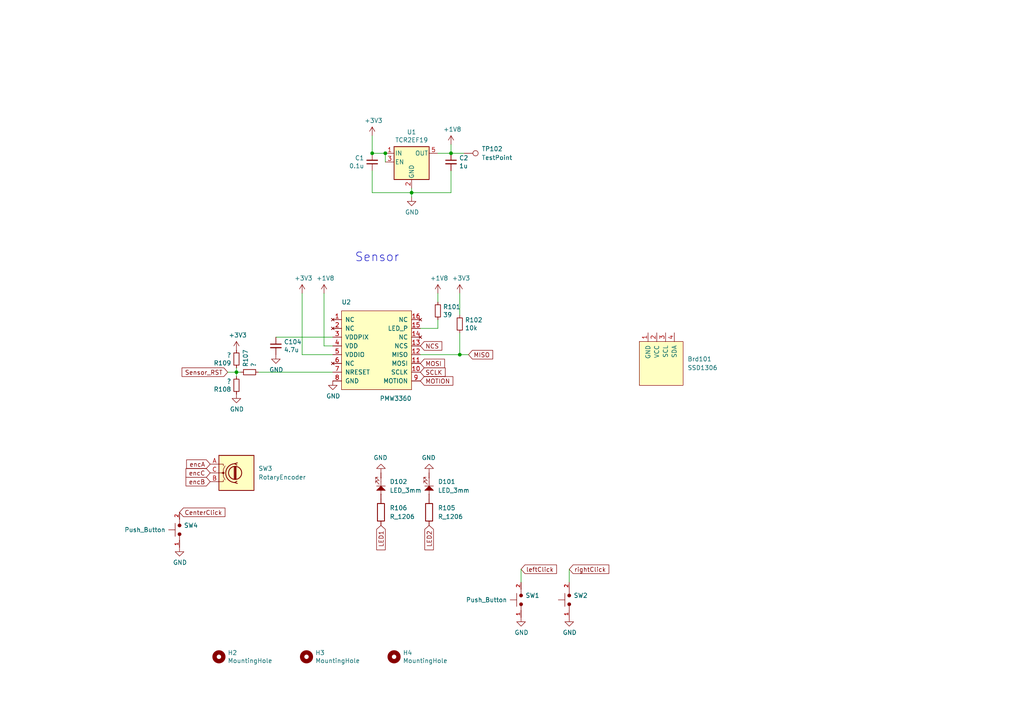
<source format=kicad_sch>
(kicad_sch (version 20231120) (generator "eeschema") (generator_version "8.0")
  (paper "A4")
  (junction (at 119.38 55.88))
  (junction (at 130.81 44.45))
  (junction (at 33.02 -54.61))
  (junction (at 127 -176.53))
  (junction (at 180.34 -168.91))
  (junction (at 40.64 -177.8))
  (junction (at 55.88 -152.4))
  (junction (at 67.31 -54.61))
  (junction (at 40.64 -152.4))
  (junction (at 118.11 -166.37))
  (junction (at 267.97 -76.2))
  (junction (at 129.54 -91.44))
  (junction (at 33.02 -46.99))
  (junction (at 157.48 -134.62))
  (junction (at 187.96 -181.61))
  (junction (at 45.72 -152.4))
  (junction (at 152.4 -166.37))
  (junction (at 171.45 -181.61))
  (junction (at 127 -152.4))
  (junction (at 187.96 -190.5))
  (junction (at 135.89 -91.44))
  (junction (at 71.12 -54.61))
  (junction (at 133.35 102.87))
  (junction (at 73.66 -173.99))
  (junction (at 111.76 44.45))
  (junction (at 118.11 -152.4))
  (junction (at 171.45 -168.91))
  (junction (at 68.58 107.95))
  (junction (at 73.66 -176.53))
  (junction (at 90.17 -54.61))
  (junction (at 107.95 44.45))
  (junction (at 88.9 -152.4))
  (junction (at 190.5 -181.61))
  (junction (at 195.58 -190.5))
  (junction (at 261.62 -76.2))
  (junction (at 138.43 -152.4))
  (junction (at 78.74 -43.18))
  (junction (at 166.37 -168.91))
  (no_connect (at 138.43 -181.61))
  (no_connect (at 162.56 -163.83))
  (no_connect (at 162.56 -147.32))
  (wire (pts (xy 152.4 -143.51) (xy 152.4 -147.32)))
  (wire (pts (xy 246.38 -30.48) (xy 242.57 -30.48)))
  (wire (pts (xy 27.94 -54.61) (xy 33.02 -54.61)))
  (wire (pts (xy 55.88 -152.4) (xy 55.88 -148.59)))
  (wire (pts (xy 40.64 -177.8) (xy 45.72 -177.8)))
  (wire (pts (xy 166.37 -177.8) (xy 166.37 -168.91)))
  (wire (pts (xy 133.35 85.09) (xy 133.35 91.44)))
  (wire (pts (xy 118.11 -152.4) (xy 127 -152.4)))
  (wire (pts (xy 121.92 95.25) (xy 127 95.25)))
  (wire (pts (xy 96.52 102.87) (xy 87.63 102.87)))
  (wire (pts (xy 55.88 -152.4) (xy 88.9 -152.4)))
  (wire (pts (xy 246.38 -55.88) (xy 242.57 -55.88)))
  (wire (pts (xy 143.51 -81.28) (xy 151.13 -81.28)))
  (wire (pts (xy 67.31 -43.18) (xy 78.74 -43.18)))
  (wire (pts (xy 80.01 -171.45) (xy 73.66 -171.45)))
  (wire (pts (xy 45.72 -152.4) (xy 55.88 -152.4)))
  (wire (pts (xy 127 -190.5) (xy 127 -176.53)))
  (wire (pts (xy 190.5 -181.61) (xy 190.5 -175.26)))
  (wire (pts (xy 127 87.63) (xy 127 85.09)))
  (wire (pts (xy 130.81 49.53) (xy 130.81 55.88)))
  (wire (pts (xy 127 -152.4) (xy 138.43 -152.4)))
  (wire (pts (xy 165.1 165.1) (xy 165.1 168.91)))
  (wire (pts (xy 246.38 -48.26) (xy 242.57 -48.26)))
  (wire (pts (xy 151.13 165.1) (xy 151.13 168.91)))
  (wire (pts (xy 246.38 -40.64) (xy 242.57 -40.64)))
  (wire (pts (xy 67.31 -49.53) (xy 67.31 -43.18)))
  (wire (pts (xy 138.43 -134.62) (xy 157.48 -134.62)))
  (wire (pts (xy 153.67 -166.37) (xy 152.4 -166.37)))
  (wire (pts (xy 187.96 -190.5) (xy 195.58 -190.5)))
  (wire (pts (xy 134.62 44.45) (xy 130.81 44.45)))
  (wire (pts (xy 135.89 -91.44) (xy 151.13 -91.44)))
  (wire (pts (xy 73.66 -173.99) (xy 73.66 -171.45)))
  (wire (pts (xy 267.97 -90.17) (xy 267.97 -86.36)))
  (wire (pts (xy 127 95.25) (xy 127 92.71)))
  (wire (pts (xy 69.85 107.95) (xy 68.58 107.95)))
  (wire (pts (xy 138.43 -177.8) (xy 138.43 -167.64)))
  (wire (pts (xy 138.43 -160.02) (xy 138.43 -152.4)))
  (wire (pts (xy 33.02 -54.61) (xy 34.29 -54.61)))
  (wire (pts (xy 93.98 100.33) (xy 93.98 85.09)))
  (wire (pts (xy 27.94 -46.99) (xy 33.02 -46.99)))
  (wire (pts (xy 157.48 -134.62) (xy 180.34 -134.62)))
  (wire (pts (xy 180.34 -139.7) (xy 180.34 -134.62)))
  (wire (pts (xy 152.4 -167.64) (xy 152.4 -166.37)))
  (wire (pts (xy 171.45 -171.45) (xy 171.45 -168.91)))
  (wire (pts (xy 68.58 107.95) (xy 68.58 106.68)))
  (wire (pts (xy 135.89 -91.44) (xy 135.89 -92.71)))
  (wire (pts (xy 45.72 -176.53) (xy 73.66 -176.53)))
  (wire (pts (xy 242.57 -76.2) (xy 261.62 -76.2)))
  (wire (pts (xy 157.48 -177.8) (xy 166.37 -177.8)))
  (wire (pts (xy 38.1 -143.51) (xy 45.72 -143.51)))
  (wire (pts (xy 133.35 96.52) (xy 133.35 102.87)))
  (wire (pts (xy 135.89 -99.06) (xy 135.89 -97.79)))
  (wire (pts (xy 68.58 107.95) (xy 68.58 109.22)))
  (wire (pts (xy 119.38 54.61) (xy 119.38 55.88)))
  (wire (pts (xy 127 -176.53) (xy 127 -167.64)))
  (wire (pts (xy 107.95 44.45) (xy 111.76 44.45)))
  (wire (pts (xy 146.05 -163.83) (xy 143.51 -163.83)))
  (wire (pts (xy 80.01 -166.37) (xy 76.2 -166.37)))
  (wire (pts (xy 76.2 -163.83) (xy 68.58 -163.83)))
  (wire (pts (xy 171.45 -181.61) (xy 171.45 -179.07)))
  (wire (pts (xy 153.67 -168.91) (xy 153.67 -166.37)))
  (wire (pts (xy 166.37 -168.91) (xy 171.45 -168.91)))
  (wire (pts (xy 130.81 55.88) (xy 119.38 55.88)))
  (wire (pts (xy 111.76 46.99) (xy 111.76 44.45)))
  (wire (pts (xy 190.5 -181.61) (xy 191.77 -181.61)))
  (wire (pts (xy 35.56 -152.4) (xy 40.64 -152.4)))
  (wire (pts (xy 246.38 -35.56) (xy 242.57 -35.56)))
  (wire (pts (xy 74.93 107.95) (xy 96.52 107.95)))
  (wire (pts (xy 143.51 -163.83) (xy 143.51 -156.21)))
  (wire (pts (xy 68.58 -168.91) (xy 80.01 -168.91)))
  (wire (pts (xy 127 -190.5) (xy 187.96 -190.5)))
  (wire (pts (xy 267.97 -76.2) (xy 267.97 -81.28)))
  (wire (pts (xy 138.43 -152.4) (xy 138.43 -134.62)))
  (wire (pts (xy 33.02 -44.45) (xy 33.02 -46.99)))
  (wire (pts (xy 118.11 -166.37) (xy 118.11 -152.4)))
  (wire (pts (xy 157.48 -168.91) (xy 166.37 -168.91)))
  (wire (pts (xy 45.72 -143.51) (xy 45.72 -152.4)))
  (wire (pts (xy 90.17 -49.53) (xy 90.17 -43.18)))
  (wire (pts (xy 107.95 39.37) (xy 107.95 44.45)))
  (wire (pts (xy 261.62 -74.93) (xy 261.62 -76.2)))
  (wire (pts (xy 246.38 -38.1) (xy 242.57 -38.1)))
  (wire (pts (xy 246.38 -20.32) (xy 242.57 -20.32)))
  (wire (pts (xy 88.9 -162.56) (xy 88.9 -152.4)))
  (wire (pts (xy 246.38 -45.72) (xy 242.57 -45.72)))
  (wire (pts (xy 39.37 -182.88) (xy 40.64 -182.88)))
  (wire (pts (xy 78.74 -43.18) (xy 78.74 -41.91)))
  (wire (pts (xy 119.38 55.88) (xy 119.38 57.15)))
  (wire (pts (xy 149.86 -167.64) (xy 152.4 -167.64)))
  (wire (pts (xy 195.58 -190.5) (xy 200.66 -190.5)))
  (wire (pts (xy 111.76 -166.37) (xy 118.11 -166.37)))
  (wire (pts (xy 184.15 -181.61) (xy 187.96 -181.61)))
  (wire (pts (xy 88.9 -152.4) (xy 118.11 -152.4)))
  (wire (pts (xy 261.62 -67.31) (xy 261.62 -69.85)))
  (wire (pts (xy 246.38 -50.8) (xy 242.57 -50.8)))
  (wire (pts (xy 146.05 -171.45) (xy 146.05 -163.83)))
  (wire (pts (xy 143.51 -148.59) (xy 143.51 -143.51)))
  (wire (pts (xy 90.17 -54.61) (xy 93.98 -54.61)))
  (wire (pts (xy 157.48 -147.32) (xy 157.48 -134.62)))
  (wire (pts (xy 171.45 -181.61) (xy 176.53 -181.61)))
  (wire (pts (xy 86.36 -54.61) (xy 90.17 -54.61)))
  (wire (pts (xy 40.64 -182.88) (xy 40.64 -177.8)))
  (wire (pts (xy 40.64 -153.67) (xy 40.64 -152.4)))
  (wire (pts (xy 180.34 -168.91) (xy 180.34 -162.56)))
  (wire (pts (xy 130.81 41.91) (xy 130.81 44.45)))
  (wire (pts (xy 121.92 102.87) (xy 133.35 102.87)))
  (wire (pts (xy 149.86 -171.45) (xy 149.86 -167.64)))
  (wire (pts (xy 187.96 -190.5) (xy 187.96 -181.61)))
  (wire (pts (xy 246.38 -27.94) (xy 242.57 -27.94)))
  (wire (pts (xy 246.38 -53.34) (xy 242.57 -53.34)))
  (wire (pts (xy 90.17 -43.18) (xy 78.74 -43.18)))
  (wire (pts (xy 96.52 100.33) (xy 93.98 100.33)))
  (wire (pts (xy 87.63 102.87) (xy 87.63 85.09)))
  (wire (pts (xy 275.59 -76.2) (xy 267.97 -76.2)))
  (wire (pts (xy 152.4 -166.37) (xy 152.4 -163.83)))
  (wire (pts (xy 120.65 -91.44) (xy 129.54 -91.44)))
  (wire (pts (xy 118.11 -170.18) (xy 118.11 -166.37)))
  (wire (pts (xy 157.48 -163.83) (xy 157.48 -168.91)))
  (wire (pts (xy 245.11 -68.58) (xy 242.57 -68.58)))
  (wire (pts (xy 143.51 -143.51) (xy 152.4 -143.51)))
  (wire (pts (xy 67.31 -54.61) (xy 71.12 -54.61)))
  (wire (pts (xy 129.54 -91.44) (xy 135.89 -91.44)))
  (wire (pts (xy 97.79 -176.53) (xy 127 -176.53)))
  (wire (pts (xy 261.62 -76.2) (xy 267.97 -76.2)))
  (wire (pts (xy 107.95 49.53) (xy 107.95 55.88)))
  (wire (pts (xy 40.64 -152.4) (xy 45.72 -152.4)))
  (wire (pts (xy 246.38 -33.02) (xy 242.57 -33.02)))
  (wire (pts (xy 107.95 55.88) (xy 119.38 55.88)))
  (wire (pts (xy 250.19 -91.44) (xy 242.57 -91.44)))
  (wire (pts (xy 97.79 -170.18) (xy 118.11 -170.18)))
  (wire (pts (xy 195.58 -194.31) (xy 195.58 -190.5)))
  (wire (pts (xy 127 44.45) (xy 130.81 44.45)))
  (wire (pts (xy 78.74 -44.45) (xy 78.74 -43.18)))
  (wire (pts (xy 45.72 -177.8) (xy 45.72 -176.53)))
  (wire (pts (xy 187.96 -181.61) (xy 190.5 -181.61)))
  (wire (pts (xy 80.01 97.79) (xy 96.52 97.79)))
  (wire (pts (xy 76.2 -166.37) (xy 76.2 -163.83)))
  (wire (pts (xy 40.64 -177.8) (xy 40.64 -161.29)))
  (wire (pts (xy 157.48 -181.61) (xy 171.45 -181.61)))
  (wire (pts (xy 66.04 107.95) (xy 68.58 107.95)))
  (wire (pts (xy 67.31 -57.15) (xy 67.31 -54.61)))
  (wire (pts (xy 127 -160.02) (xy 127 -152.4)))
  (wire (pts (xy 73.66 -176.53) (xy 73.66 -173.99)))
  (wire (pts (xy 133.35 102.87) (xy 135.89 102.87)))
  (wire (pts (xy 242.57 -88.9) (xy 250.19 -88.9)))
  (wire (pts (xy 33.02 -46.99) (xy 34.29 -46.99)))
  (wire (pts (xy 171.45 -168.91) (xy 180.34 -168.91)))
  (wire (pts (xy 73.66 -176.53) (xy 80.01 -176.53)))
  (wire (pts (xy 246.38 -43.18) (xy 242.57 -43.18)))
  (wire (pts (xy 73.66 -173.99) (xy 80.01 -173.99)))
  (wire (pts (xy 97.79 -166.37) (xy 104.14 -166.37)))
  (wire (pts (xy 33.02 -57.15) (xy 33.02 -54.61)))
  (wire (pts (xy 90.17 -57.15) (xy 90.17 -54.61)))
  (wire (pts (xy 36.83 -177.8) (xy 40.64 -177.8)))
  (wire (pts (xy 129.54 -85.09) (xy 129.54 -86.36)))
  (wire (pts (xy 180.34 -168.91) (xy 182.88 -168.91)))
  (wire (pts (xy 71.12 -52.07) (xy 71.12 -54.61)))
  (wire (pts (xy 246.38 -22.86) (xy 242.57 -22.86)))
  (text "Ceramic Cap." (at 38.1 -153.67 90) (effects (font (size 1.27 1.27)) (justify left bottom)))
  (text "R3 set chargin current\n10k = 130 ma" (at 95.25 -158.75 0) (effects (font (size 1.27 1.27)) (justify left bottom)))
  (text "Ceramic Cap." (at 175.26 -185.42 0) (effects (font (size 1.27 1.27)) (justify left bottom)))
  (text "Power" (at 74.93 -69.85 0) (effects (font (size 2.54 2.54)) (justify left bottom)))
  (text "Ceramic Cap." (at 124.46 -158.75 90) (effects (font (size 1.27 1.27)) (justify left bottom)))
  (text "Sensor" (at 102.87 76.2 0) (effects (font (size 2.54 2.54)) (justify left bottom)))
  (text "USB" (at 29.21 -67.31 0) (effects (font (size 2.54 2.54)) (justify left bottom)))
  (label "TEMP_TP40" (at 97.79 -170.18 0) (effects (font (size 0.508 0.508))))
  (label "CS_DW01" (at 138.43 -171.45 0) (effects (font (size 0.508 0.508))))
  (label "G1" (at 149.86 -167.64 0))
  (label "OC" (at 143.51 -158.75 0))
  (label "S1" (at 158.75 -168.91 0))
  (label "VCC_DW01" (at 157.48 -181.61 0) (effects (font (size 0.508 0.508))))
  (label "OD_DW01" (at 149.86 -171.45 0) (effects (font (size 0.508 0.508))))
  (label "PROG_TP40" (at 97.79 -166.37 0) (effects (font (size 0.508 0.508))))
  (label "OUTGND" (at 171.45 -134.62 0))
  (label "G2" (at 144.78 -143.51 0))
  (label "OC_DW01" (at 146.05 -171.45 0) (effects (font (size 0.508 0.508))))
  (global_label "LED2" (shape input) (at 151.13 -83.82 180) (property "Intersheetrefs" "${INTERSHEET_REFS}" (effects (hide yes))))
  (global_label "STDBY" (shape input) (at 60.96 -163.83 180) (property "Intersheetrefs" "${INTERSHEET_REFS}" (effects (hide yes))))
  (global_label "TX" (shape input) (at 250.19 -91.44 0) (property "Intersheetrefs" "${INTERSHEET_REFS}" (effects (hide yes))))
  (global_label "GPIO0" (shape input) (at 86.36 -86.36 0) (property "Intersheetrefs" "${INTERSHEET_REFS}" (effects (hide yes))))
  (global_label "GPIO13" (shape input) (at 450.85 21.59 180) (property "Intersheetrefs" "${INTERSHEET_REFS}" (effects (hide yes))))
  (global_label "GPIO38" (shape input) (at 123.19 -55.88 0) (property "Intersheetrefs" "${INTERSHEET_REFS}" (effects (hide yes))))
  (global_label "GPIO0" (shape input) (at 275.59 -76.2 0) (property "Intersheetrefs" "${INTERSHEET_REFS}" (effects (hide yes))))
  (global_label "OUTVCC" (shape input) (at 200.66 -190.5 0) (property "Intersheetrefs" "${INTERSHEET_REFS}" (effects (hide yes))))
  (global_label "encB" (shape input) (at 60.96 139.7 180) (property "Intersheetrefs" "${INTERSHEET_REFS}" (effects (hide yes))))
  (global_label "RX" (shape input) (at 73.66 -83.82 180) (property "Intersheetrefs" "${INTERSHEET_REFS}" (effects (hide yes))))
  (global_label "EN" (shape input) (at 73.66 -86.36 180) (property "Intersheetrefs" "${INTERSHEET_REFS}" (effects (hide yes))))
  (global_label "MOTION" (shape input) (at 246.38 -40.64 0) (property "Intersheetrefs" "${INTERSHEET_REFS}" (effects (hide yes))))
  (global_label "EN" (shape input) (at 120.65 -91.44 180) (property "Intersheetrefs" "${INTERSHEET_REFS}" (effects (hide yes))))
  (global_label "GPIO39" (shape input) (at 123.19 -58.42 0) (property "Intersheetrefs" "${INTERSHEET_REFS}" (effects (hide yes))))
  (global_label "CenterClick" (shape input) (at 246.38 -38.1 0) (property "Intersheetrefs" "${INTERSHEET_REFS}" (effects (hide yes))))
  (global_label "GPIO42" (shape input) (at 123.19 -66.04 0) (property "Intersheetrefs" "${INTERSHEET_REFS}" (effects (hide yes))))
  (global_label "D-" (shape input) (at 34.29 -52.07 180) (property "Intersheetrefs" "${INTERSHEET_REFS}" (effects (hide yes))))
  (global_label "TX" (shape input) (at 86.36 -83.82 0) (property "Intersheetrefs" "${INTERSHEET_REFS}" (effects (hide yes))))
  (global_label "rightClick" (shape input) (at 245.11 -68.58 0) (property "Intersheetrefs" "${INTERSHEET_REFS}" (effects (hide yes))))
  (global_label "GPIO41" (shape input) (at 123.19 -63.5 0) (property "Intersheetrefs" "${INTERSHEET_REFS}" (effects (hide yes))))
  (global_label "GPIO10" (shape input) (at 463.55 26.67 0) (property "Intersheetrefs" "${INTERSHEET_REFS}" (effects (hide yes))))
  (global_label "GND" (shape input) (at 35.56 -152.4 180) (property "Intersheetrefs" "${INTERSHEET_REFS}" (effects (hide yes))))
  (global_label "GPIO7" (shape input) (at 450.85 36.83 180) (property "Intersheetrefs" "${INTERSHEET_REFS}" (effects (hide yes))))
  (global_label "encB" (shape input) (at 246.38 -20.32 0) (property "Intersheetrefs" "${INTERSHEET_REFS}" (effects (hide yes))))
  (global_label "LED2" (shape input) (at 124.46 152.4 270) (property "Intersheetrefs" "${INTERSHEET_REFS}" (effects (hide yes))))
  (global_label "MOSI" (shape input) (at 246.38 -45.72 0) (property "Intersheetrefs" "${INTERSHEET_REFS}" (effects (hide yes))))
  (global_label "encC" (shape input) (at 60.96 137.16 180) (property "Intersheetrefs" "${INTERSHEET_REFS}" (effects (hide yes))))
  (global_label "GPIO45" (shape input) (at 450.85 26.67 180) (property "Intersheetrefs" "${INTERSHEET_REFS}" (effects (hide yes))))
  (global_label "GPIO25" (shape input) (at 463.55 24.13 0) (property "Intersheetrefs" "${INTERSHEET_REFS}" (effects (hide yes))))
  (global_label "leftClick" (shape input) (at 151.13 165.1 0) (property "Intersheetrefs" "${INTERSHEET_REFS}" (effects (hide yes))))
  (global_label "encA" (shape input) (at 246.38 -22.86 0) (property "Intersheetrefs" "${INTERSHEET_REFS}" (effects (hide yes))))
  (global_label "GPIO37" (shape input) (at 151.13 -20.32 180) (property "Intersheetrefs" "${INTERSHEET_REFS}" (effects (hide yes))))
  (global_label "MISO" (shape input) (at 246.38 -48.26 0) (property "Intersheetrefs" "${INTERSHEET_REFS}" (effects (hide yes))))
  (global_label "GPIO18" (shape input) (at 450.85 31.75 180) (property "Intersheetrefs" "${INTERSHEET_REFS}" (effects (hide yes))))
  (global_label "encC" (shape input) (at 246.38 -27.94 0) (property "Intersheetrefs" "${INTERSHEET_REFS}" (effects (hide yes))))
  (global_label "D-" (shape input) (at 242.57 -81.28 0) (property "Intersheetrefs" "${INTERSHEET_REFS}" (effects (hide yes))))
  (global_label "GPIO15" (shape input) (at 463.55 34.29 0) (property "Intersheetrefs" "${INTERSHEET_REFS}" (effects (hide yes))))
  (global_label "RX" (shape input) (at 250.19 -88.9 0) (property "Intersheetrefs" "${INTERSHEET_REFS}" (effects (hide yes))))
  (global_label "CHRG" (shape input) (at 60.96 -168.91 180) (property "Intersheetrefs" "${INTERSHEET_REFS}" (effects (hide yes))))
  (global_label "encA" (shape input) (at 60.96 134.62 180) (property "Intersheetrefs" "${INTERSHEET_REFS}" (effects (hide yes))))
  (global_label "Sensor_RST" (shape input) (at 66.04 107.95 180) (property "Intersheetrefs" "${INTERSHEET_REFS}" (effects (hide yes))))
  (global_label "GPIO39" (shape input) (at 151.13 -76.2 180) (property "Intersheetrefs" "${INTERSHEET_REFS}" (effects (hide yes))))
  (global_label "MISO" (shape input) (at 135.89 102.87 0) (property "Intersheetrefs" "${INTERSHEET_REFS}" (effects (hide yes))))
  (global_label "GPIO40" (shape input) (at 151.13 -73.66 180) (property "Intersheetrefs" "${INTERSHEET_REFS}" (effects (hide yes))))
  (global_label "D+" (shape input) (at 34.29 -49.53 180) (property "Intersheetrefs" "${INTERSHEET_REFS}" (effects (hide yes))))
  (global_label "GPIO37" (shape input) (at 450.85 24.13 180) (property "Intersheetrefs" "${INTERSHEET_REFS}" (effects (hide yes))))
  (global_label "CenterClick" (shape input) (at 52.07 148.59 0) (property "Intersheetrefs" "${INTERSHEET_REFS}" (effects (hide yes))))
  (global_label "MOTION" (shape input) (at 121.92 110.49 0) (property "Intersheetrefs" "${INTERSHEET_REFS}" (effects (hide yes))))
  (global_label "GPIO37" (shape input) (at 123.19 -53.34 0) (property "Intersheetrefs" "${INTERSHEET_REFS}" (effects (hide yes))))
  (global_label "GPIO5" (shape input) (at 450.85 39.37 180) (property "Intersheetrefs" "${INTERSHEET_REFS}" (effects (hide yes))))
  (global_label "NCS" (shape input) (at 246.38 -50.8 0) (property "Intersheetrefs" "${INTERSHEET_REFS}" (effects (hide yes))))
  (global_label "Sensor_RST" (shape input) (at 246.38 -33.02 0) (property "Intersheetrefs" "${INTERSHEET_REFS}" (effects (hide yes))))
  (global_label "GPIO4" (shape input) (at 463.55 39.37 0) (property "Intersheetrefs" "${INTERSHEET_REFS}" (effects (hide yes))))
  (global_label "GPIO41" (shape input) (at 151.13 -71.12 180) (property "Intersheetrefs" "${INTERSHEET_REFS}" (effects (hide yes))))
  (global_label "GPIO40" (shape input) (at 123.19 -60.96 0) (property "Intersheetrefs" "${INTERSHEET_REFS}" (effects (hide yes))))
  (global_label "rightClick" (shape input) (at 165.1 165.1 0) (property "Intersheetrefs" "${INTERSHEET_REFS}" (effects (hide yes))))
  (global_label "GPIO6" (shape input) (at 463.55 36.83 0) (property "Intersheetrefs" "${INTERSHEET_REFS}" (effects (hide yes))))
  (global_label "GPIO16" (shape input) (at 450.85 34.29 180) (property "Intersheetrefs" "${INTERSHEET_REFS}" (effects (hide yes))))
  (global_label "CHRG" (shape input) (at 246.38 -55.88 0) (property "Intersheetrefs" "${INTERSHEET_REFS}" (effects (hide yes))))
  (global_label "LED1" (shape input) (at 143.51 -81.28 180) (property "Intersheetrefs" "${INTERSHEET_REFS}" (effects (hide yes))))
  (global_label "MOSI" (shape input) (at 121.92 105.41 0) (property "Intersheetrefs" "${INTERSHEET_REFS}" (effects (hide yes))))
  (global_label "BAT+" (shape input) (at 191.77 -181.61 0) (property "Intersheetrefs" "${INTERSHEET_REFS}" (effects (hide yes))))
  (global_label "GPIO8" (shape input) (at 463.55 29.21 0) (property "Intersheetrefs" "${INTERSHEET_REFS}" (effects (hide yes))))
  (global_label "NCS" (shape input) (at 121.92 100.33 0) (property "Intersheetrefs" "${INTERSHEET_REFS}" (effects (hide yes))))
  (global_label "OUTVCC" (shape input) (at 67.31 -57.15 90) (property "Intersheetrefs" "${INTERSHEET_REFS}" (effects (hide yes))))
  (global_label "BAT-" (shape input) (at 182.88 -168.91 0) (property "Intersheetrefs" "${INTERSHEET_REFS}" (effects (hide yes))))
  (global_label "SCLK" (shape input) (at 246.38 -43.18 0) (property "Intersheetrefs" "${INTERSHEET_REFS}" (effects (hide yes))))
  (global_label "LED1" (shape input) (at 110.49 152.4 270) (property "Intersheetrefs" "${INTERSHEET_REFS}" (effects (hide yes))))
  (global_label "STDBY" (shape input) (at 246.38 -35.56 0) (property "Intersheetrefs" "${INTERSHEET_REFS}" (effects (hide yes))))
  (global_label "GPIO38" (shape input) (at 246.38 -30.48 0) (property "Intersheetrefs" "${INTERSHEET_REFS}" (effects (hide yes))))
  (global_label "GPIO9" (shape input) (at 450.85 29.21 180) (property "Intersheetrefs" "${INTERSHEET_REFS}" (effects (hide yes))))
  (global_label "SCLK" (shape input) (at 121.92 107.95 0) (property "Intersheetrefs" "${INTERSHEET_REFS}" (effects (hide yes))))
  (global_label "leftClick" (shape input) (at 151.13 -22.86 180) (property "Intersheetrefs" "${INTERSHEET_REFS}" (effects (hide yes))))
  (global_label "GPIO42" (shape input) (at 151.13 -68.58 180) (property "Intersheetrefs" "${INTERSHEET_REFS}" (effects (hide yes))))
  (global_label "GPIO17" (shape input) (at 463.55 31.75 0) (property "Intersheetrefs" "${INTERSHEET_REFS}" (effects (hide yes))))
  (global_label "D+" (shape input) (at 242.57 -83.82 0) (property "Intersheetrefs" "${INTERSHEET_REFS}" (effects (hide yes))))
  (symbol (lib_id "PMW3360:PMW3360") (at 109.22 102.87 0) (unit 1)
    (property "Reference" "U2" (at 99.06 87.63 0) (effects (justify left)))
    (property "Value" "PMW3360" (at 119.38 115.57 0) (effects (justify right)))
    (property "Footprint" "PMW3360:PMW3360" (effects (hide yes)))
  )
  (symbol (lib_id "Device:C_Small") (at 80.01 100.33 0) (unit 1)
    (property "Reference" "C104" (at 82.3468 99.1616 0) (effects (justify left)))
    (property "Value" "4.7u" (at 82.3468 101.473 0) (effects (justify left)))
    (property "Footprint" "Capacitor_SMD:C_0805_2012Metric" (effects (hide yes)))
    (property "LCSC" "C23733" (effects (hide yes)))
  )
  (symbol (lib_id "Trackball-rescue:GND-power") (at 80.01 102.87 0) (unit 1)
    (property "Reference" "#PWR0105" (effects (hide yes)))
    (property "Value" "GND" (at 80.137 107.2642 0))
  )
  (symbol (lib_id "Trackball-rescue:+3V3-power") (at 87.63 85.09 0) (unit 1)
    (property "Reference" "#PWR0107" (effects (hide yes)))
    (property "Value" "+3V3" (at 88.011 80.6958 0))
  )
  (symbol (lib_id "Trackball-rescue:+1V8-power") (at 93.98 85.09 0) (unit 1)
    (property "Reference" "#PWR0109" (effects (hide yes)))
    (property "Value" "+1V8" (at 94.361 80.6958 0))
  )
  (symbol (lib_id "Trackball-rescue:GND-power") (at 96.52 110.49 0) (unit 1)
    (property "Reference" "#PWR0110" (effects (hide yes)))
    (property "Value" "GND" (at 96.647 114.8842 0))
  )
  (symbol (lib_id "Device:R_Small") (at 133.35 93.98 0) (unit 1)
    (property "Reference" "R102" (at 134.8486 92.8116 0) (effects (justify left)))
    (property "Value" "10k" (at 134.8486 95.123 0) (effects (justify left)))
    (property "Footprint" "Resistor_SMD:R_0805_2012Metric" (effects (hide yes)))
    (property "LCSC" "C25744" (effects (hide yes)))
  )
  (symbol (lib_id "Trackball-rescue:+3V3-power") (at 133.35 85.09 0) (unit 1)
    (property "Reference" "#PWR0116" (effects (hide yes)))
    (property "Value" "+3V3" (at 133.731 80.6958 0))
  )
  (symbol (lib_id "Trackball-rescue:+1V8-power") (at 127 85.09 0) (unit 1)
    (property "Reference" "#PWR0114" (effects (hide yes)))
    (property "Value" "+1V8" (at 127.381 80.6958 0))
  )
  (symbol (lib_id "Device:R_Small") (at 127 90.17 0) (unit 1)
    (property "Reference" "R101" (at 128.4986 89.0016 0) (effects (justify left)))
    (property "Value" "39" (at 128.4986 91.313 0) (effects (justify left)))
    (property "Footprint" "Resistor_SMD:R_0805_2012Metric" (effects (hide yes)))
    (property "LCSC" "C25110" (effects (hide yes)))
  )
  (symbol (lib_id "Mechanical:MountingHole") (at 63.5 190.5 0) (unit 1)
    (property "Reference" "H2" (at 66.04 189.3316 0) (effects (justify left)))
    (property "Value" "MountingHole" (at 66.04 191.643 0) (effects (justify left)))
    (property "Footprint" "MountingHole:MountingHole_3.2mm_M3" (effects (hide yes)))
  )
  (symbol (lib_id "Mechanical:MountingHole") (at 88.9 190.5 0) (unit 1)
    (property "Reference" "H3" (at 91.44 189.3316 0) (effects (justify left)))
    (property "Value" "MountingHole" (at 91.44 191.643 0) (effects (justify left)))
    (property "Footprint" "MountingHole:MountingHole_3.2mm_M3" (effects (hide yes)))
  )
  (symbol (lib_id "Mechanical:MountingHole") (at 114.3 190.5 0) (unit 1)
    (property "Reference" "H4" (at 116.84 189.3316 0) (effects (justify left)))
    (property "Value" "MountingHole" (at 116.84 191.643 0) (effects (justify left)))
    (property "Footprint" "MountingHole:MountingHole_3.2mm_M3" (effects (hide yes)))
  )
  (symbol (lib_id "Trackball-rescue:PWR_FLAG-power") (at 33.02 -57.15 0) (unit 1)
    (property "Reference" "#FLG01" (effects (hide yes)))
    (property "Value" "PWR_FLAG" (at 33.02 -61.5442 0))
  )
  (symbol (lib_id "SSD1306-128x64_OLED:SSD1306") (at 191.77 105.41 0) (unit 1)
    (property "Reference" "Brd101" (at 199.39 104.1399 0) (effects (justify left)))
    (property "Value" "SSD1306" (at 199.39 106.6799 0) (effects (justify left)))
    (property "Footprint" "Connector_PinHeader_2.54mm:PinHeader_1x04_P2.54mm_Vertical" (effects (hide yes)))
  )
  (symbol (lib_id "power:Earth") (at 55.88 -148.59 0) (unit 1)
    (property "Reference" "#PWR01" (effects (hide yes)))
    (property "Value" "Earth" (effects (hide yes)))
  )
  (symbol (lib_id "Trackball-rescue:GND-power") (at 119.38 57.15 0) (unit 1)
    (property "Reference" "#PWR07" (effects (hide yes)))
    (property "Value" "GND" (at 119.507 61.5442 0))
  )
  (symbol (lib_id "power:PWR_FLAG") (at 153.67 -168.91 0) (unit 1)
    (property "Reference" "#FLG03" (effects (hide yes)))
    (property "Value" "PWR_FLAG" (at 158.75 -172.72 0))
  )
  (symbol (lib_id "Connector_Generic:Conn_02x03_Odd_Even") (at 81.28 -86.36 0) (mirror y) (unit 1)
    (property "Reference" "J3" (at 80.01 -95.25 0))
    (property "Value" "Conn_02x03_Odd_Even" (at 80.01 -92.71 0))
    (property "Footprint" "Connector_Harwin:Harwin_Gecko-G125-FVX0605L0X_2x03_P1.25mm_Vertical" (effects (hide yes)))
    (property "Description" "Generic connector, double row, 02x03, odd/even pin numbering scheme (row 1 odd numbers, row 2 even numbers), script generated (kicad-library-utils/schlib/autogen/connector/)" (effects (hide yes)))
  )
  (symbol (lib_id "Device:R") (at 143.51 -152.4 0) (unit 1)
    (property "Reference" "R7" (at 146.05 -153.6701 0) (effects (justify left)))
    (property "Value" "0R" (at 143.51 -149.86 90) (effects (justify left)))
    (property "Footprint" "Resistor_SMD:R_1206_3216Metric_Pad1.30x1.75mm_HandSolder" (effects (hide yes)))
  )
  (symbol (lib_id "PCM_SL_Devices:Push_Button") (at 151.13 173.99 90) (unit 1)
    (property "Reference" "SW1" (at 152.4 172.7199 90) (effects (justify right)))
    (property "Value" "Push_Button" (at 135.128 173.99 90) (effects (justify right)))
    (property "Footprint" "MaSe:SW_Hotswap_Kailh_Choc_V1V2_1.00u" (effects (hide yes)))
    (property "Description" "Common 6mmx6mm Push Button" (effects (hide yes)))
  )
  (symbol (lib_id "Device:R") (at 64.77 -163.83 90) (unit 1)
    (property "Reference" "R4" (at 68.58 -163.83 90))
    (property "Value" "1k" (at 64.77 -163.83 90))
    (property "Footprint" "Resistor_SMD:R_0805_2012Metric" (effects (hide yes)))
  )
  (symbol (lib_id "Trackball-rescue:GND-power") (at 110.49 137.16 180) (unit 1)
    (property "Reference" "#PWR0138" (effects (hide yes)))
    (property "Value" "GND" (at 110.363 132.7658 0))
  )
  (symbol (lib_id "Device:RotaryEncoder") (at 68.58 137.16 0) (unit 1)
    (property "Reference" "SW3" (at 74.93 135.8899 0) (effects (justify left)))
    (property "Value" "RotaryEncoder" (at 74.93 138.4299 0) (effects (justify left)))
    (property "Footprint" "MaSe:Alps-EC10E1220501" (effects (hide yes)))
    (property "Description" "Rotary encoder, dual channel, incremental quadrate outputs" (effects (hide yes)))
  )
  (symbol (lib_id "Device:R") (at 107.95 -166.37 90) (unit 1)
    (property "Reference" "R5" (at 106.68 -168.91 90))
    (property "Value" "10k" (at 107.95 -166.37 90))
    (property "Footprint" "Resistor_SMD:R_0805_2012Metric_Pad1.20x1.40mm_HandSolder" (effects (hide yes)))
  )
  (symbol (lib_id "Device:C") (at 171.45 -175.26 0) (unit 1)
    (property "Reference" "C9" (at 175.26 -176.5301 0) (effects (justify left)))
    (property "Value" "0.1uF" (at 175.26 -173.9901 0) (effects (justify left)))
    (property "Footprint" "Capacitor_SMD:C_0805_2012Metric_Pad1.18x1.45mm_HandSolder" (effects (hide yes)))
  )
  (symbol (lib_id "Device:R_Small") (at 68.58 111.76 180) (unit 1)
    (property "Reference" "R108" (at 67.0814 112.9284 0) (effects (justify left)))
    (property "Value" "?" (at 67.0814 110.617 0) (effects (justify left)))
    (property "Footprint" "Resistor_SMD:R_0805_2012Metric" (effects (hide yes)))
    (property "LCSC" "C25110" (effects (hide yes)))
  )
  (symbol (lib_id "Device:R") (at 64.77 -168.91 90) (unit 1)
    (property "Reference" "R3" (at 68.58 -168.91 90))
    (property "Value" "1k" (at 64.77 -168.91 90))
    (property "Footprint" "Resistor_SMD:R_0805_2012Metric" (effects (hide yes)))
  )
  (symbol (lib_id "Trackball-rescue:GND-power") (at 124.46 137.16 180) (unit 1)
    (property "Reference" "#PWR0137" (effects (hide yes)))
    (property "Value" "GND" (at 124.333 132.7658 0))
  )
  (symbol (lib_id "Trackball-rescue:+3V3-power") (at 107.95 39.37 0) (unit 1)
    (property "Reference" "#PWR06" (effects (hide yes)))
    (property "Value" "+3V3" (at 108.331 34.9758 0))
  )
  (symbol (lib_id "Connector:Conn_01x06_Pin") (at 118.11 -60.96 0) (unit 1)
    (property "Reference" "J4" (at 118.745 -71.12 0))
    (property "Value" "Conn_01x06_Pin" (at 118.745 -68.58 0))
    (property "Footprint" "Connector_PinHeader_2.00mm:PinHeader_1x06_P2.00mm_Vertical" (effects (hide yes)))
    (property "Description" "Generic connector, single row, 01x06, script generated" (effects (hide yes)))
  )
  (symbol (lib_id "Device:C") (at 127 -163.83 0) (unit 1)
    (property "Reference" "C8" (at 130.81 -165.1001 0) (effects (justify left)))
    (property "Value" "10uF" (at 128.27 -167.64 0) (effects (justify left)))
    (property "Footprint" "Capacitor_SMD:C_0805_2012Metric_Pad1.18x1.45mm_HandSolder" (effects (hide yes)))
  )
  (symbol (lib_id "Device:R_Small") (at 72.39 107.95 90) (unit 1)
    (property "Reference" "R107" (at 71.2216 106.4514 0) (effects (justify left)))
    (property "Value" "?" (at 73.533 106.4514 0) (effects (justify left)))
    (property "Footprint" "Resistor_SMD:R_0805_2012Metric" (effects (hide yes)))
    (property "LCSC" "C25110" (effects (hide yes)))
  )
  (symbol (lib_id "Connector:Conn_01x01_Female") (at 200.66 -194.31 0) (unit 1)
    (property "Reference" "J10" (at 201.93 -195.5801 0) (effects (justify left)))
    (property "Value" "Conn_01x01_Female" (at 201.93 -193.0401 0) (effects (justify left)))
    (property "Footprint" "Connector_PinSocket_2.54mm:PinSocket_1x01_P2.54mm_Vertical" (effects (hide yes)))
  )
  (symbol (lib_id "Device:C_Small") (at 261.62 -72.39 0) (mirror x) (unit 1)
    (property "Reference" "C6" (at 259.3086 -73.5584 0) (effects (justify right)))
    (property "Value" "0.1u" (at 259.3086 -71.247 0) (effects (justify right)))
    (property "Footprint" "Capacitor_SMD:C_0805_2012Metric" (effects (hide yes)))
    (property "LCSC" "C14663" (effects (hide yes)))
  )
  (symbol (lib_id "Device:R_Small") (at 267.97 -83.82 0) (unit 1)
    (property "Reference" "R2" (at 269.4686 -84.9884 0) (effects (justify left)))
    (property "Value" "10k" (at 269.4686 -82.677 0) (effects (justify left)))
    (property "Footprint" "Resistor_SMD:R_0805_2012Metric" (effects (hide yes)))
    (property "LCSC" "C25744" (effects (hide yes)))
  )
  (symbol (lib_id "Trackball-rescue:+3V3-power") (at 267.97 -90.17 0) (unit 1)
    (property "Reference" "#PWR021" (effects (hide yes)))
    (property "Value" "+3V3" (at 268.351 -94.5642 0))
  )
  (symbol (lib_id "Regulator_Linear:TLV73333PDBV") (at 78.74 -52.07 0) (unit 1)
    (property "Reference" "U3" (at 78.74 -60.7568 0))
    (property "Value" "TLV73333PDBV" (at 78.74 -58.4454 0))
    (property "Footprint" "Package_TO_SOT_SMD:SOT-23-5" (effects (hide yes)))
    (property "Datasheet" "http://www.ti.com/lit/ds/symlink/tlv733p.pdf" (effects (hide yes)))
    (property "LCSC" "C134139" (effects (hide yes)))
  )
  (symbol (lib_id "fs8205:FS8205A") (at 149.86 -149.86 0) (unit 1)
    (property "Reference" "U7" (at 167.64 -156.8451 0) (effects (justify left)))
    (property "Value" "FS8205A" (at 167.64 -154.3051 0) (effects (justify left)))
    (property "Footprint" "Package_TO_SOT_SMD:SOT-23-6_Handsoldering" (effects (hide yes)))
    (property "Datasheet" "https://www.lcsc.com/datasheet/lcsc_datasheet_2010271837_FUXINSEMI-FS8205A_C908265.pdf" (effects (hide yes)))
  )
  (symbol (lib_id "Trackball-rescue:GND-power") (at 196.85 -15.24 0) (unit 1)
    (property "Reference" "#PWR019" (effects (hide yes)))
    (property "Value" "GND" (at 196.977 -10.8458 0))
  )
  (symbol (lib_id "Device:C_Small") (at 107.95 46.99 0) (mirror x) (unit 1)
    (property "Reference" "C1" (at 105.6386 45.8216 0) (effects (justify right)))
    (property "Value" "0.1u" (at 105.6386 48.133 0) (effects (justify right)))
    (property "Footprint" "Capacitor_SMD:C_0805_2012Metric" (effects (hide yes)))
    (property "LCSC" "C14663" (effects (hide yes)))
  )
  (symbol (lib_id "Trackball-rescue:+3V3-power") (at 86.36 -88.9 270) (unit 1)
    (property "Reference" "#PWR014" (effects (hide yes)))
    (property "Value" "+3V3" (at 89.408 -84.328 0))
  )
  (symbol (lib_id "PCM_Espressif:ESP32-S3-WROOM-1") (at 196.85 -55.88 0) (unit 1)
    (property "Reference" "U4" (at 199.0441 -97.79 0) (effects (justify left)))
    (property "Value" "ESP32-S3-WROOM-1" (at 199.0441 -95.25 0) (effects (justify left)))
    (property "Footprint" "PCM_Espressif:ESP32-S3-WROOM-1" (effects (hide yes)))
    (property "Datasheet" "https://www.espressif.com/sites/default/files/documentation/esp32-s3-wroom-1_wroom-1u_datasheet_en.pdf" (effects (hide yes)))
    (property "Description" "2.4 GHz WiFi (802.11 b/g/n) and Bluetooth ® 5 (LE) module Built around ESP32S3 series of SoCs, Xtensa ® dualcore 32bit LX7 microprocessor Flash up to 16 MB, PSRAM up to 8 MB 36 GPIOs, rich set of peripherals Onboard PCB antenna" (effects (hide yes)))
  )
  (symbol (lib_id "Trackball-rescue:GND-power") (at 165.1 179.07 0) (unit 1)
    (property "Reference" "#PWR05" (effects (hide yes)))
    (property "Value" "GND" (at 165.227 183.4642 0))
  )
  (symbol (lib_id "Device:R_Small") (at 68.58 104.14 180) (unit 1)
    (property "Reference" "R109" (at 67.0814 105.3084 0) (effects (justify left)))
    (property "Value" "?" (at 67.0814 102.997 0) (effects (justify left)))
    (property "Footprint" "Resistor_SMD:R_0805_2012Metric" (effects (hide yes)))
    (property "LCSC" "C25110" (effects (hide yes)))
  )
  (symbol (lib_id "Trackball-rescue:+3V3-power") (at 196.85 -96.52 0) (unit 1)
    (property "Reference" "#PWR018" (effects (hide yes)))
    (property "Value" "+3V3" (at 197.231 -100.9142 0))
  )
  (symbol (lib_id "PCM_SL_Devices:LED_3mm") (at 124.46 140.97 90) (unit 1)
    (property "Reference" "D101" (at 127 139.6999 90) (effects (justify right)))
    (property "Value" "LED_3mm" (at 127 142.2399 90) (effects (justify right)))
    (property "Footprint" "LED_THT:LED_D3.0mm" (effects (hide yes)))
    (property "Description" "3mm diameter small LED" (effects (hide yes)))
  )
  (symbol (lib_id "Connector_Generic:Conn_01x04") (at 39.37 -52.07 0) (unit 1)
    (property "Reference" "J1" (at 41.402 -51.8668 0) (effects (justify left)))
    (property "Value" "Conn_01x04" (effects (hide yes)))
    (property "Footprint" "Connector_PinHeader_2.54mm:PinHeader_1x04_P2.54mm_Vertical" (effects (hide yes)))
  )
  (symbol (lib_id "PCM_SL_Devices:Push_Button") (at 165.1 173.99 90) (unit 1)
    (property "Reference" "SW2" (at 166.37 172.7199 90) (effects (justify right)))
    (property "Value" "Push_Button" (effects (hide yes)))
    (property "Footprint" "MaSe:SW_Hotswap_Kailh_Choc_V1V2_1.00u" (effects (hide yes)))
    (property "Description" "Common 6mmx6mm Push Button" (effects (hide yes)))
  )
  (symbol (lib_id "Trackball-rescue:+5V-power") (at 27.94 -54.61 0) (unit 1)
    (property "Reference" "#PWR09" (effects (hide yes)))
    (property "Value" "+5V" (at 28.321 -59.0042 0))
  )
  (symbol (lib_id "Trackball-rescue:GND-power") (at 151.13 179.07 0) (unit 1)
    (property "Reference" "#PWR04" (effects (hide yes)))
    (property "Value" "GND" (at 151.257 183.4642 0))
  )
  (symbol (lib_id "Trackball-rescue:+5V-power") (at 36.83 -177.8 90) (unit 1)
    (property "Reference" "#PWR02" (effects (hide yes)))
    (property "Value" "+5V" (at 32.4358 -178.181 0))
  )
  (symbol (lib_id "Trackball-rescue:GND-power") (at 52.07 158.75 0) (unit 1)
    (property "Reference" "#PWR03" (effects (hide yes)))
    (property "Value" "GND" (at 52.197 163.1442 0))
  )
  (symbol (lib_id "Trackball-rescue:GND-power") (at 68.58 114.3 0) (unit 1)
    (property "Reference" "#PWR0142" (effects (hide yes)))
    (property "Value" "GND" (at 68.707 118.6942 0))
  )
  (symbol (lib_id "Device:C_Small") (at 67.31 -52.07 0) (mirror y) (unit 1)
    (property "Reference" "C3" (at 64.389 -53.2384 0) (effects (justify left)))
    (property "Value" "1u" (at 64.389 -50.927 0) (effects (justify left)))
    (property "Footprint" "Capacitor_SMD:C_0805_2012Metric" (effects (hide yes)))
    (property "LCSC" "C52923" (effects (hide yes)))
  )
  (symbol (lib_id "Device:C_Small") (at 130.81 46.99 0) (unit 1)
    (property "Reference" "C2" (at 133.1468 45.8216 0) (effects (justify left)))
    (property "Value" "1u" (at 133.1468 48.133 0) (effects (justify left)))
    (property "Footprint" "Capacitor_SMD:C_0805_2012Metric" (effects (hide yes)))
    (property "LCSC" "C15849" (effects (hide yes)))
  )
  (symbol (lib_id "Trackball-rescue:GND-power") (at 129.54 -85.09 0) (unit 1)
    (property "Reference" "#PWR016" (effects (hide yes)))
    (property "Value" "GND" (at 129.667 -80.6958 0))
  )
  (symbol (lib_id "Trackball-rescue:GND-power") (at 78.74 -41.91 0) (unit 1)
    (property "Reference" "#PWR013" (effects (hide yes)))
    (property "Value" "GND" (at 74.93 -40.64 0))
  )
  (symbol (lib_id "PCM_Resistor_AKL:R_1206") (at 110.49 148.59 0) (unit 1)
    (property "Reference" "R106" (at 113.03 147.3199 0) (effects (justify left)))
    (property "Value" "R_1206" (at 113.03 149.8599 0) (effects (justify left)))
    (property "Footprint" "PCM_4ms_Resistor:R_0805_2012Metric" (effects (hide yes)))
    (property "Description" "SMD 1206 Chip Resistor, European Symbol, Alternate KiCad Library" (effects (hide yes)))
  )
  (symbol (lib_id "Trackball-rescue:GND-power") (at 27.94 -46.99 0) (unit 1)
    (property "Reference" "#PWR010" (effects (hide yes)))
    (property "Value" "GND" (at 28.067 -42.5958 0))
  )
  (symbol (lib_id "Trackball-rescue:+3V3-power") (at 68.58 101.6 0) (unit 1)
    (property "Reference" "#PWR0141" (effects (hide yes)))
    (property "Value" "+3V3" (at 68.961 97.2058 0))
  )
  (symbol (lib_id "Device:R") (at 180.34 -181.61 270) (unit 1)
    (property "Reference" "R8" (at 179.07 -184.15 90))
    (property "Value" "100" (at 180.34 -181.61 90))
    (property "Footprint" "Resistor_SMD:R_0805_2012Metric_Pad1.20x1.40mm_HandSolder" (effects (hide yes)))
  )
  (symbol (lib_id "Connector:TestPoint") (at 134.62 44.45 270) (unit 1)
    (property "Reference" "TP102" (at 139.7 43.1799 90) (effects (justify left)))
    (property "Value" "TestPoint" (at 139.7 45.7199 90) (effects (justify left)))
    (property "Footprint" "TestPoint:TestPoint_Pad_D1.5mm" (effects (hide yes)))
    (property "Description" "test point" (effects (hide yes)))
  )
  (symbol (lib_id "dw01:DW01") (at 140.97 -173.99 0) (unit 1)
    (property "Reference" "U6" (at 147.955 -187.96 0))
    (property "Value" "DW01" (at 147.955 -185.42 0))
    (property "Footprint" "Package_TO_SOT_SMD:SOT-23-6_Handsoldering" (effects (hide yes)))
  )
  (symbol (lib_id "Connector:Conn_01x01_Female") (at 185.42 -162.56 0) (unit 1)
    (property "Reference" "J7" (at 186.69 -163.8301 0) (effects (justify left)))
    (property "Value" "Conn_01x01_Female" (at 186.69 -161.2901 0) (effects (justify left)))
    (property "Footprint" "Connector_PinSocket_2.54mm:PinSocket_1x01_P2.54mm_Vertical" (effects (hide yes)))
  )
  (symbol (lib_id "Trackball-rescue:GND-power") (at 73.66 -88.9 270) (unit 1)
    (property "Reference" "#PWR012" (effects (hide yes)))
    (property "Value" "GND" (at 68.834 -87.884 0))
  )
  (symbol (lib_id "PCM_Resistor_AKL:R_1206") (at 124.46 148.59 0) (unit 1)
    (property "Reference" "R105" (at 127 147.3199 0) (effects (justify left)))
    (property "Value" "R_1206" (at 127 149.8599 0) (effects (justify left)))
    (property "Footprint" "PCM_4ms_Resistor:R_0805_2012Metric" (effects (hide yes)))
    (property "Description" "SMD 1206 Chip Resistor, European Symbol, Alternate KiCad Library" (effects (hide yes)))
  )
  (symbol (lib_id "Device:C_Small") (at 129.54 -88.9 0) (mirror x) (unit 1)
    (property "Reference" "C5" (at 127.2286 -90.0684 0) (effects (justify right)))
    (property "Value" "0.1u" (at 127.2286 -87.757 0) (effects (justify right)))
    (property "Footprint" "Capacitor_SMD:C_0805_2012Metric" (effects (hide yes)))
    (property "LCSC" "C14663" (effects (hide yes)))
  )
  (symbol (lib_id "Trackball-rescue:+1V8-power") (at 130.81 41.91 0) (unit 1)
    (property "Reference" "#PWR08" (effects (hide yes)))
    (property "Value" "+1V8" (at 131.191 37.5158 0))
  )
  (symbol (lib_id "Device:C_Small") (at 90.17 -52.07 0) (unit 1)
    (property "Reference" "C4" (at 93.091 -53.2384 0) (effects (justify left)))
    (property "Value" "1u" (at 93.091 -50.927 0) (effects (justify left)))
    (property "Footprint" "Capacitor_SMD:C_0805_2012Metric" (effects (hide yes)))
    (property "LCSC" "C52923" (effects (hide yes)))
  )
  (symbol (lib_id "Connector:TestPoint") (at 93.98 -54.61 270) (unit 1)
    (property "Reference" "TP101" (at 99.06 -55.8801 90) (effects (justify left)))
    (property "Value" "TestPoint" (at 99.06 -53.3401 90) (effects (justify left)))
    (property "Footprint" "TestPoint:TestPoint_Pad_D1.5mm" (effects (hide yes)))
    (property "Description" "test point" (effects (hide yes)))
  )
  (symbol (lib_id "Trackball-rescue:GND-power") (at 261.62 -67.31 0) (unit 1)
    (property "Reference" "#PWR020" (effects (hide yes)))
    (property "Value" "GND" (at 261.747 -62.9158 0))
  )
  (symbol (lib_id "Trackball-rescue:+3V3-power") (at 135.89 -99.06 0) (unit 1)
    (property "Reference" "#PWR017" (effects (hide yes)))
    (property "Value" "+3V3" (at 136.271 -103.4542 0))
  )
  (symbol (lib_id "Trackball-rescue:+3V3-power") (at 90.17 -57.15 0) (unit 1)
    (property "Reference" "#PWR015" (effects (hide yes)))
    (property "Value" "+3V3" (at 90.551 -61.5442 0))
  )
  (symbol (lib_id "Device:R_Small") (at 135.89 -95.25 0) (unit 1)
    (property "Reference" "R1" (at 137.3886 -96.4184 0) (effects (justify left)))
    (property "Value" "10k" (at 137.3886 -94.107 0) (effects (justify left)))
    (property "Footprint" "Resistor_SMD:R_0805_2012Metric" (effects (hide yes)))
    (property "LCSC" "C25744" (effects (hide yes)))
  )
  (symbol (lib_id "Device:R") (at 138.43 -163.83 180) (unit 1)
    (property "Reference" "R6" (at 137.16 -167.64 0))
    (property "Value" "1k" (at 138.43 -163.83 90))
    (property "Footprint" "Resistor_SMD:R_0805_2012Metric_Pad1.20x1.40mm_HandSolder" (effects (hide yes)))
  )
  (symbol (lib_id "tp4056:TP4056") (at 82.55 -165.1 0) (unit 1)
    (property "Reference" "U5" (at 88.9 -181.61 0))
    (property "Value" "TP4056" (at 88.9 -179.07 0) (effects (font (size 1.1 1.1))))
    (property "Footprint" "Package_SO:SOIC-8-1EP_3.9x4.9mm_P1.27mm_EP2.29x3mm" (effects (hide yes)))
  )
  (symbol (lib_id "Regulator_Linear:TLV70218_SOT23-5") (at 119.38 46.99 0) (unit 1)
    (property "Reference" "U1" (at 119.38 38.3032 0))
    (property "Value" "TCR2EF19" (at 119.38 40.6146 0))
    (property "Footprint" "Package_TO_SOT_SMD:SOT-23-5" (effects (hide yes)))
    (property "LCSC" "C146366" (effects (hide yes)))
  )
  (symbol (lib_id "PCM_SL_Devices:LED_3mm") (at 110.49 140.97 90) (unit 1)
    (property "Reference" "D102" (at 113.03 139.6999 90) (effects (justify right)))
    (property "Value" "LED_3mm" (at 113.03 142.2399 90) (effects (justify right)))
    (property "Footprint" "LED_THT:LED_D3.0mm" (effects (hide yes)))
    (property "Description" "3mm diameter small LED" (effects (hide yes)))
  )
  (symbol (lib_id "Trackball-rescue:PWR_FLAG-power") (at 33.02 -44.45 180) (unit 1)
    (property "Reference" "#FLG02" (effects (hide yes)))
    (property "Value" "PWR_FLAG" (at 33.02 -40.0558 0))
  )
  (symbol (lib_id "PCM_SL_Devices:Push_Button") (at 52.07 153.67 90) (unit 1)
    (property "Reference" "SW4" (at 53.34 152.3999 90) (effects (justify right)))
    (property "Value" "Push_Button" (at 36.068 153.67 90) (effects (justify right)))
    (property "Footprint" "MaSe:SW_Micro_Switch" (effects (hide yes)))
    (property "Description" "Common 6mmx6mm Push Button" (effects (hide yes)))
  )
  (symbol (lib_id "Device:C") (at 40.64 -157.48 0) (unit 1)
    (property "Reference" "C7" (at 44.45 -158.7501 0) (effects (justify left)))
    (property "Value" "0.1uF" (at 44.45 -156.2101 0) (effects (justify left)))
    (property "Footprint" "Capacitor_SMD:C_0805_2012Metric_Pad1.18x1.45mm_HandSolder" (effects (hide yes)))
  )
)
</source>
